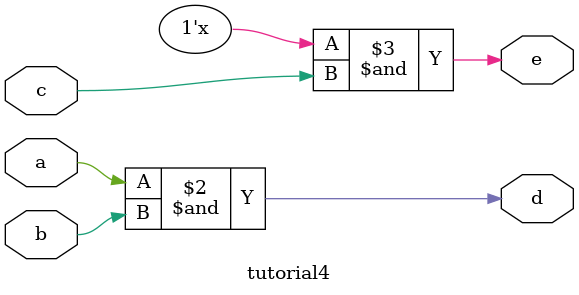
<source format=v>
module tutorial4(
    input a,
    input b,
    input c,
    output reg d,
    output reg e
);

initial d = 0;
//d'nin başlangıç değeri belirlenir

always @(a,b,c) 
begin
    d <= a & b;
    e <= d & c;
    //non blocking assignment
    //d'yi bulma ve e'yi bulma işlemlerini aynı anda yapar
    //e'yi bulurken d'nin eski değerini kullanır
end

endmodule
</source>
